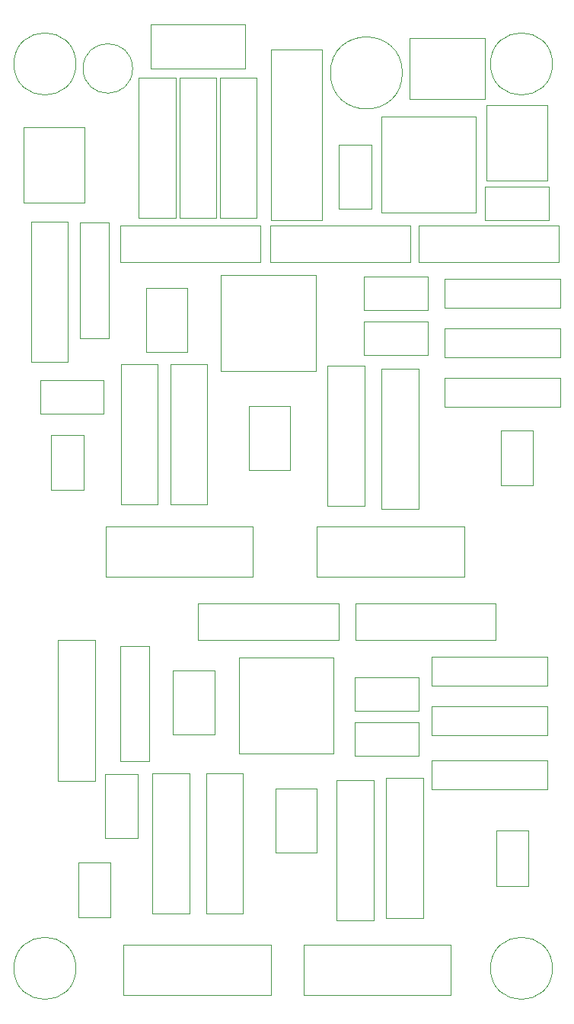
<source format=gbr>
%TF.GenerationSoftware,KiCad,Pcbnew,(5.1.7)-1*%
%TF.CreationDate,2021-05-24T15:34:05+01:00*%
%TF.ProjectId,spike_n_hold,7370696b-655f-46e5-9f68-6f6c642e6b69,rev?*%
%TF.SameCoordinates,Original*%
%TF.FileFunction,Other,User*%
%FSLAX46Y46*%
G04 Gerber Fmt 4.6, Leading zero omitted, Abs format (unit mm)*
G04 Created by KiCad (PCBNEW (5.1.7)-1) date 2021-05-24 15:34:05*
%MOMM*%
%LPD*%
G01*
G04 APERTURE LIST*
%ADD10C,0.050000*%
G04 APERTURE END LIST*
D10*
%TO.C,J7*%
X106650000Y-44550000D02*
X106650000Y-52950000D01*
X113400000Y-44550000D02*
X106650000Y-44550000D01*
X113400000Y-52950000D02*
X113400000Y-44550000D01*
X106650000Y-52950000D02*
X113400000Y-52950000D01*
%TO.C,R15*%
X117350000Y-59550000D02*
X132950000Y-59550000D01*
X117350000Y-55450000D02*
X117350000Y-59550000D01*
X132950000Y-55450000D02*
X117350000Y-55450000D01*
X132950000Y-59550000D02*
X132950000Y-55450000D01*
%TO.C,C15*%
X118750000Y-38000000D02*
G75*
G03*
X118750000Y-38000000I-2750000J0D01*
G01*
%TO.C,U3*%
X146400000Y-54050000D02*
X156950000Y-54050000D01*
X146400000Y-43350000D02*
X146400000Y-54050000D01*
X156950000Y-43350000D02*
X146400000Y-43350000D01*
X156950000Y-54050000D02*
X156950000Y-43350000D01*
%TO.C,R18*%
X128050000Y-54650000D02*
X128050000Y-39050000D01*
X123950000Y-54650000D02*
X128050000Y-54650000D01*
X123950000Y-39050000D02*
X123950000Y-54650000D01*
X128050000Y-39050000D02*
X123950000Y-39050000D01*
%TO.C,R17*%
X132550000Y-54650000D02*
X132550000Y-39050000D01*
X128450000Y-54650000D02*
X132550000Y-54650000D01*
X128450000Y-39050000D02*
X128450000Y-54650000D01*
X132550000Y-39050000D02*
X128450000Y-39050000D01*
%TO.C,Q9*%
X131290000Y-33100000D02*
X120790000Y-33100000D01*
X131290000Y-38010000D02*
X131290000Y-33100000D01*
X120790000Y-38010000D02*
X131290000Y-38010000D01*
X120790000Y-33100000D02*
X120790000Y-38010000D01*
%TO.C,J6*%
X157950000Y-34650000D02*
X149550000Y-34650000D01*
X157950000Y-41400000D02*
X157950000Y-34650000D01*
X149550000Y-41400000D02*
X157950000Y-41400000D01*
X149550000Y-34650000D02*
X149550000Y-41400000D01*
%TO.C,J5*%
X164850000Y-50450000D02*
X164850000Y-42050000D01*
X158100000Y-50450000D02*
X164850000Y-50450000D01*
X158100000Y-42050000D02*
X158100000Y-50450000D01*
X164850000Y-42050000D02*
X158100000Y-42050000D01*
%TO.C,C8*%
X141650000Y-46450000D02*
X141650000Y-53550000D01*
X145350000Y-46450000D02*
X141650000Y-46450000D01*
X145350000Y-53550000D02*
X145350000Y-46450000D01*
X141650000Y-53550000D02*
X145350000Y-53550000D01*
%TO.C,C7*%
X157950000Y-54850000D02*
X165050000Y-54850000D01*
X157950000Y-51150000D02*
X157950000Y-54850000D01*
X165050000Y-51150000D02*
X157950000Y-51150000D01*
X165050000Y-54850000D02*
X165050000Y-51150000D01*
%TO.C,H3*%
X165450000Y-37500000D02*
G75*
G03*
X165450000Y-37500000I-3450000J0D01*
G01*
%TO.C,D4*%
X116100000Y-55150000D02*
X112900000Y-55150000D01*
X112900000Y-55150000D02*
X112900000Y-68010000D01*
X112900000Y-68010000D02*
X116100000Y-68010000D01*
X116100000Y-68010000D02*
X116100000Y-55150000D01*
%TO.C,C1*%
X119350000Y-116450000D02*
X115650000Y-116450000D01*
X115650000Y-116450000D02*
X115650000Y-123550000D01*
X115650000Y-123550000D02*
X119350000Y-123550000D01*
X119350000Y-123550000D02*
X119350000Y-116450000D01*
%TO.C,C2*%
X108450000Y-72650000D02*
X108450000Y-76350000D01*
X108450000Y-76350000D02*
X115550000Y-76350000D01*
X115550000Y-76350000D02*
X115550000Y-72650000D01*
X115550000Y-72650000D02*
X108450000Y-72650000D01*
%TO.C,C3*%
X143450000Y-114350000D02*
X150550000Y-114350000D01*
X143450000Y-110650000D02*
X143450000Y-114350000D01*
X150550000Y-110650000D02*
X143450000Y-110650000D01*
X150550000Y-114350000D02*
X150550000Y-110650000D01*
%TO.C,C4*%
X144450000Y-69850000D02*
X151550000Y-69850000D01*
X144450000Y-66150000D02*
X144450000Y-69850000D01*
X151550000Y-66150000D02*
X144450000Y-66150000D01*
X151550000Y-69850000D02*
X151550000Y-66150000D01*
%TO.C,C5*%
X143450000Y-105650000D02*
X143450000Y-109350000D01*
X143450000Y-109350000D02*
X150550000Y-109350000D01*
X150550000Y-109350000D02*
X150550000Y-105650000D01*
X150550000Y-105650000D02*
X143450000Y-105650000D01*
%TO.C,C6*%
X151550000Y-61150000D02*
X144450000Y-61150000D01*
X151550000Y-64850000D02*
X151550000Y-61150000D01*
X144450000Y-64850000D02*
X151550000Y-64850000D01*
X144450000Y-61150000D02*
X144450000Y-64850000D01*
%TO.C,D1*%
X151990000Y-106600000D02*
X164850000Y-106600000D01*
X151990000Y-103400000D02*
X151990000Y-106600000D01*
X164850000Y-103400000D02*
X151990000Y-103400000D01*
X164850000Y-106600000D02*
X164850000Y-103400000D01*
%TO.C,D2*%
X166350000Y-64600000D02*
X166350000Y-61400000D01*
X166350000Y-61400000D02*
X153490000Y-61400000D01*
X153490000Y-61400000D02*
X153490000Y-64600000D01*
X153490000Y-64600000D02*
X166350000Y-64600000D01*
%TO.C,D3*%
X120600000Y-115010000D02*
X120600000Y-102150000D01*
X117400000Y-115010000D02*
X120600000Y-115010000D01*
X117400000Y-102150000D02*
X117400000Y-115010000D01*
X120600000Y-102150000D02*
X117400000Y-102150000D01*
%TO.C,D5*%
X151990000Y-112100000D02*
X164850000Y-112100000D01*
X151990000Y-108900000D02*
X151990000Y-112100000D01*
X164850000Y-108900000D02*
X151990000Y-108900000D01*
X164850000Y-112100000D02*
X164850000Y-108900000D01*
%TO.C,D6*%
X153490000Y-70100000D02*
X166350000Y-70100000D01*
X153490000Y-66900000D02*
X153490000Y-70100000D01*
X166350000Y-66900000D02*
X153490000Y-66900000D01*
X166350000Y-70100000D02*
X166350000Y-66900000D01*
%TO.C,D7*%
X164850000Y-118100000D02*
X164850000Y-114900000D01*
X164850000Y-114900000D02*
X151990000Y-114900000D01*
X151990000Y-114900000D02*
X151990000Y-118100000D01*
X151990000Y-118100000D02*
X164850000Y-118100000D01*
%TO.C,D8*%
X153490000Y-75600000D02*
X166350000Y-75600000D01*
X153490000Y-72400000D02*
X153490000Y-75600000D01*
X166350000Y-72400000D02*
X153490000Y-72400000D01*
X166350000Y-75600000D02*
X166350000Y-72400000D01*
%TO.C,D17*%
X134150000Y-54850000D02*
X139850000Y-54850000D01*
X139850000Y-54850000D02*
X139850000Y-35910000D01*
X139850000Y-35910000D02*
X134150000Y-35910000D01*
X134150000Y-35910000D02*
X134150000Y-54850000D01*
%TO.C,J1*%
X112700000Y-126200000D02*
X112700000Y-132350000D01*
X112700000Y-132350000D02*
X116300000Y-132350000D01*
X116300000Y-132350000D02*
X116300000Y-126200000D01*
X116300000Y-126200000D02*
X112700000Y-126200000D01*
%TO.C,J2*%
X109700000Y-78700000D02*
X109700000Y-84850000D01*
X109700000Y-84850000D02*
X113300000Y-84850000D01*
X113300000Y-84850000D02*
X113300000Y-78700000D01*
X113300000Y-78700000D02*
X109700000Y-78700000D01*
%TO.C,J3*%
X159200000Y-122700000D02*
X159200000Y-128850000D01*
X159200000Y-128850000D02*
X162800000Y-128850000D01*
X162800000Y-128850000D02*
X162800000Y-122700000D01*
X162800000Y-122700000D02*
X159200000Y-122700000D01*
%TO.C,J4*%
X163300000Y-78200000D02*
X159700000Y-78200000D01*
X163300000Y-84350000D02*
X163300000Y-78200000D01*
X159700000Y-84350000D02*
X163300000Y-84350000D01*
X159700000Y-78200000D02*
X159700000Y-84350000D01*
%TO.C,L1*%
X148750000Y-38500000D02*
G75*
G03*
X148750000Y-38500000I-4000000J0D01*
G01*
%TO.C,Q1*%
X154150000Y-135410000D02*
X137750000Y-135410000D01*
X154150000Y-140950000D02*
X154150000Y-135410000D01*
X137750000Y-140950000D02*
X154150000Y-140950000D01*
X137750000Y-135410000D02*
X137750000Y-140950000D01*
%TO.C,Q2*%
X139250000Y-88910000D02*
X139250000Y-94450000D01*
X139250000Y-94450000D02*
X155650000Y-94450000D01*
X155650000Y-94450000D02*
X155650000Y-88910000D01*
X155650000Y-88910000D02*
X139250000Y-88910000D01*
%TO.C,Q7*%
X134150000Y-135410000D02*
X117750000Y-135410000D01*
X134150000Y-140950000D02*
X134150000Y-135410000D01*
X117750000Y-140950000D02*
X134150000Y-140950000D01*
X117750000Y-135410000D02*
X117750000Y-140950000D01*
%TO.C,Q8*%
X132150000Y-88910000D02*
X115750000Y-88910000D01*
X132150000Y-94450000D02*
X132150000Y-88910000D01*
X115750000Y-94450000D02*
X132150000Y-94450000D01*
X115750000Y-88910000D02*
X115750000Y-94450000D01*
%TO.C,R1*%
X146950000Y-132450000D02*
X151050000Y-132450000D01*
X151050000Y-132450000D02*
X151050000Y-116850000D01*
X151050000Y-116850000D02*
X146950000Y-116850000D01*
X146950000Y-116850000D02*
X146950000Y-132450000D01*
%TO.C,R2*%
X146450000Y-71350000D02*
X146450000Y-86950000D01*
X150550000Y-71350000D02*
X146450000Y-71350000D01*
X150550000Y-86950000D02*
X150550000Y-71350000D01*
X146450000Y-86950000D02*
X150550000Y-86950000D01*
%TO.C,R3*%
X145550000Y-132650000D02*
X145550000Y-117050000D01*
X141450000Y-132650000D02*
X145550000Y-132650000D01*
X141450000Y-117050000D02*
X141450000Y-132650000D01*
X145550000Y-117050000D02*
X141450000Y-117050000D01*
%TO.C,R4*%
X144550000Y-71050000D02*
X140450000Y-71050000D01*
X140450000Y-71050000D02*
X140450000Y-86650000D01*
X140450000Y-86650000D02*
X144550000Y-86650000D01*
X144550000Y-86650000D02*
X144550000Y-71050000D01*
%TO.C,R5*%
X114550000Y-117150000D02*
X114550000Y-101550000D01*
X110450000Y-117150000D02*
X114550000Y-117150000D01*
X110450000Y-101550000D02*
X110450000Y-117150000D01*
X114550000Y-101550000D02*
X110450000Y-101550000D01*
%TO.C,R6*%
X111550000Y-55050000D02*
X107450000Y-55050000D01*
X107450000Y-55050000D02*
X107450000Y-70650000D01*
X107450000Y-70650000D02*
X111550000Y-70650000D01*
X111550000Y-70650000D02*
X111550000Y-55050000D01*
%TO.C,R7*%
X126950000Y-116350000D02*
X126950000Y-131950000D01*
X131050000Y-116350000D02*
X126950000Y-116350000D01*
X131050000Y-131950000D02*
X131050000Y-116350000D01*
X126950000Y-131950000D02*
X131050000Y-131950000D01*
%TO.C,R8*%
X122950000Y-86450000D02*
X127050000Y-86450000D01*
X127050000Y-86450000D02*
X127050000Y-70850000D01*
X127050000Y-70850000D02*
X122950000Y-70850000D01*
X122950000Y-70850000D02*
X122950000Y-86450000D01*
%TO.C,R9*%
X126050000Y-97450000D02*
X126050000Y-101550000D01*
X126050000Y-101550000D02*
X141650000Y-101550000D01*
X141650000Y-101550000D02*
X141650000Y-97450000D01*
X141650000Y-97450000D02*
X126050000Y-97450000D01*
%TO.C,R10*%
X149650000Y-55450000D02*
X134050000Y-55450000D01*
X149650000Y-59550000D02*
X149650000Y-55450000D01*
X134050000Y-59550000D02*
X149650000Y-59550000D01*
X134050000Y-55450000D02*
X134050000Y-59550000D01*
%TO.C,R11*%
X120950000Y-131950000D02*
X125050000Y-131950000D01*
X125050000Y-131950000D02*
X125050000Y-116350000D01*
X125050000Y-116350000D02*
X120950000Y-116350000D01*
X120950000Y-116350000D02*
X120950000Y-131950000D01*
%TO.C,R12*%
X117450000Y-70850000D02*
X117450000Y-86450000D01*
X121550000Y-70850000D02*
X117450000Y-70850000D01*
X121550000Y-86450000D02*
X121550000Y-70850000D01*
X117450000Y-86450000D02*
X121550000Y-86450000D01*
%TO.C,R13*%
X159150000Y-97450000D02*
X143550000Y-97450000D01*
X159150000Y-101550000D02*
X159150000Y-97450000D01*
X143550000Y-101550000D02*
X159150000Y-101550000D01*
X143550000Y-97450000D02*
X143550000Y-101550000D01*
%TO.C,R14*%
X150550000Y-55450000D02*
X150550000Y-59550000D01*
X150550000Y-59550000D02*
X166150000Y-59550000D01*
X166150000Y-59550000D02*
X166150000Y-55450000D01*
X166150000Y-55450000D02*
X150550000Y-55450000D01*
%TO.C,U1*%
X130550000Y-103450000D02*
X130550000Y-114150000D01*
X130550000Y-114150000D02*
X141100000Y-114150000D01*
X141100000Y-114150000D02*
X141100000Y-103450000D01*
X141100000Y-103450000D02*
X130550000Y-103450000D01*
%TO.C,U2*%
X128550000Y-60950000D02*
X128550000Y-71650000D01*
X128550000Y-71650000D02*
X139100000Y-71650000D01*
X139100000Y-71650000D02*
X139100000Y-60950000D01*
X139100000Y-60950000D02*
X128550000Y-60950000D01*
%TO.C,Q3*%
X123250000Y-112000000D02*
X123250000Y-104900000D01*
X123250000Y-112000000D02*
X127850000Y-112000000D01*
X127850000Y-104900000D02*
X123250000Y-104900000D01*
X127850000Y-104900000D02*
X127850000Y-112000000D01*
%TO.C,Q4*%
X124850000Y-62400000D02*
X124850000Y-69500000D01*
X124850000Y-62400000D02*
X120250000Y-62400000D01*
X120250000Y-69500000D02*
X124850000Y-69500000D01*
X120250000Y-69500000D02*
X120250000Y-62400000D01*
%TO.C,Q5*%
X134650000Y-125100000D02*
X134650000Y-118000000D01*
X134650000Y-125100000D02*
X139250000Y-125100000D01*
X139250000Y-118000000D02*
X134650000Y-118000000D01*
X139250000Y-118000000D02*
X139250000Y-125100000D01*
%TO.C,Q6*%
X131650000Y-82600000D02*
X131650000Y-75500000D01*
X131650000Y-82600000D02*
X136250000Y-82600000D01*
X136250000Y-75500000D02*
X131650000Y-75500000D01*
X136250000Y-75500000D02*
X136250000Y-82600000D01*
%TO.C,R16*%
X123550000Y-39050000D02*
X119450000Y-39050000D01*
X119450000Y-39050000D02*
X119450000Y-54650000D01*
X119450000Y-54650000D02*
X123550000Y-54650000D01*
X123550000Y-54650000D02*
X123550000Y-39050000D01*
%TO.C,H1*%
X112450000Y-37500000D02*
G75*
G03*
X112450000Y-37500000I-3450000J0D01*
G01*
%TO.C,H2*%
X112450000Y-138000000D02*
G75*
G03*
X112450000Y-138000000I-3450000J0D01*
G01*
%TO.C,H4*%
X165450000Y-138000000D02*
G75*
G03*
X165450000Y-138000000I-3450000J0D01*
G01*
%TD*%
M02*

</source>
